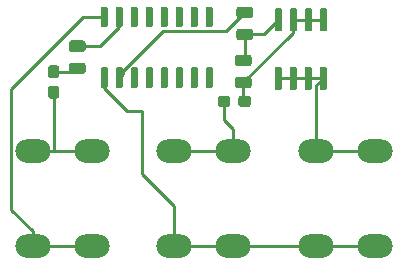
<source format=gbr>
%TF.GenerationSoftware,KiCad,Pcbnew,(5.1.5)-3*%
%TF.CreationDate,2021-03-01T19:21:26+01:00*%
%TF.ProjectId,LandstromWarnung,4c616e64-7374-4726-9f6d-5761726e756e,rev?*%
%TF.SameCoordinates,Original*%
%TF.FileFunction,Copper,L1,Top*%
%TF.FilePolarity,Positive*%
%FSLAX46Y46*%
G04 Gerber Fmt 4.6, Leading zero omitted, Abs format (unit mm)*
G04 Created by KiCad (PCBNEW (5.1.5)-3) date 2021-03-01 19:21:26*
%MOMM*%
%LPD*%
G04 APERTURE LIST*
%TA.AperFunction,ComponentPad*%
%ADD10O,3.000000X2.000000*%
%TD*%
%TA.AperFunction,SMDPad,CuDef*%
%ADD11C,0.100000*%
%TD*%
%TA.AperFunction,Conductor*%
%ADD12C,0.250000*%
%TD*%
G04 APERTURE END LIST*
D10*
%TO.P,J3,1*%
%TO.N,GND*%
X44500000Y-32000000D03*
X39500000Y-32000000D03*
%TD*%
%TO.P,J7,1*%
%TO.N,Net-(F1-Pad2)*%
X32500000Y-24000000D03*
X27500000Y-24000000D03*
%TD*%
%TO.P,J8,1*%
%TO.N,GND*%
X32500000Y-32000000D03*
X27500000Y-32000000D03*
%TD*%
%TO.P,J9,1*%
%TO.N,Net-(F2-Pad1)*%
X20500000Y-24000000D03*
X15500000Y-24000000D03*
%TD*%
%TO.P,J10,1*%
%TO.N,/K15_minus*%
X20500000Y-32000000D03*
X15500000Y-32000000D03*
%TD*%
%TO.P,J11,1*%
%TO.N,/Warn_plus*%
X44500000Y-24000000D03*
X39500000Y-24000000D03*
%TD*%
%TA.AperFunction,SMDPad,CuDef*%
D11*
%TO.P,F2,2*%
%TO.N,/K15_plus*%
G36*
X17532779Y-16722744D02*
G01*
X17555834Y-16726163D01*
X17578443Y-16731827D01*
X17600387Y-16739679D01*
X17621457Y-16749644D01*
X17641448Y-16761626D01*
X17660168Y-16775510D01*
X17677438Y-16791162D01*
X17693090Y-16808432D01*
X17706974Y-16827152D01*
X17718956Y-16847143D01*
X17728921Y-16868213D01*
X17736773Y-16890157D01*
X17742437Y-16912766D01*
X17745856Y-16935821D01*
X17747000Y-16959100D01*
X17747000Y-17534100D01*
X17745856Y-17557379D01*
X17742437Y-17580434D01*
X17736773Y-17603043D01*
X17728921Y-17624987D01*
X17718956Y-17646057D01*
X17706974Y-17666048D01*
X17693090Y-17684768D01*
X17677438Y-17702038D01*
X17660168Y-17717690D01*
X17641448Y-17731574D01*
X17621457Y-17743556D01*
X17600387Y-17753521D01*
X17578443Y-17761373D01*
X17555834Y-17767037D01*
X17532779Y-17770456D01*
X17509500Y-17771600D01*
X17034500Y-17771600D01*
X17011221Y-17770456D01*
X16988166Y-17767037D01*
X16965557Y-17761373D01*
X16943613Y-17753521D01*
X16922543Y-17743556D01*
X16902552Y-17731574D01*
X16883832Y-17717690D01*
X16866562Y-17702038D01*
X16850910Y-17684768D01*
X16837026Y-17666048D01*
X16825044Y-17646057D01*
X16815079Y-17624987D01*
X16807227Y-17603043D01*
X16801563Y-17580434D01*
X16798144Y-17557379D01*
X16797000Y-17534100D01*
X16797000Y-16959100D01*
X16798144Y-16935821D01*
X16801563Y-16912766D01*
X16807227Y-16890157D01*
X16815079Y-16868213D01*
X16825044Y-16847143D01*
X16837026Y-16827152D01*
X16850910Y-16808432D01*
X16866562Y-16791162D01*
X16883832Y-16775510D01*
X16902552Y-16761626D01*
X16922543Y-16749644D01*
X16943613Y-16739679D01*
X16965557Y-16731827D01*
X16988166Y-16726163D01*
X17011221Y-16722744D01*
X17034500Y-16721600D01*
X17509500Y-16721600D01*
X17532779Y-16722744D01*
G37*
%TD.AperFunction*%
%TA.AperFunction,SMDPad,CuDef*%
%TO.P,F2,1*%
%TO.N,Net-(F2-Pad1)*%
G36*
X17532779Y-18472744D02*
G01*
X17555834Y-18476163D01*
X17578443Y-18481827D01*
X17600387Y-18489679D01*
X17621457Y-18499644D01*
X17641448Y-18511626D01*
X17660168Y-18525510D01*
X17677438Y-18541162D01*
X17693090Y-18558432D01*
X17706974Y-18577152D01*
X17718956Y-18597143D01*
X17728921Y-18618213D01*
X17736773Y-18640157D01*
X17742437Y-18662766D01*
X17745856Y-18685821D01*
X17747000Y-18709100D01*
X17747000Y-19284100D01*
X17745856Y-19307379D01*
X17742437Y-19330434D01*
X17736773Y-19353043D01*
X17728921Y-19374987D01*
X17718956Y-19396057D01*
X17706974Y-19416048D01*
X17693090Y-19434768D01*
X17677438Y-19452038D01*
X17660168Y-19467690D01*
X17641448Y-19481574D01*
X17621457Y-19493556D01*
X17600387Y-19503521D01*
X17578443Y-19511373D01*
X17555834Y-19517037D01*
X17532779Y-19520456D01*
X17509500Y-19521600D01*
X17034500Y-19521600D01*
X17011221Y-19520456D01*
X16988166Y-19517037D01*
X16965557Y-19511373D01*
X16943613Y-19503521D01*
X16922543Y-19493556D01*
X16902552Y-19481574D01*
X16883832Y-19467690D01*
X16866562Y-19452038D01*
X16850910Y-19434768D01*
X16837026Y-19416048D01*
X16825044Y-19396057D01*
X16815079Y-19374987D01*
X16807227Y-19353043D01*
X16801563Y-19330434D01*
X16798144Y-19307379D01*
X16797000Y-19284100D01*
X16797000Y-18709100D01*
X16798144Y-18685821D01*
X16801563Y-18662766D01*
X16807227Y-18640157D01*
X16815079Y-18618213D01*
X16825044Y-18597143D01*
X16837026Y-18577152D01*
X16850910Y-18558432D01*
X16866562Y-18541162D01*
X16883832Y-18525510D01*
X16902552Y-18511626D01*
X16922543Y-18499644D01*
X16943613Y-18489679D01*
X16965557Y-18481827D01*
X16988166Y-18476163D01*
X17011221Y-18472744D01*
X17034500Y-18471600D01*
X17509500Y-18471600D01*
X17532779Y-18472744D01*
G37*
%TD.AperFunction*%
%TD*%
%TA.AperFunction,SMDPad,CuDef*%
%TO.P,F1,2*%
%TO.N,Net-(F1-Pad2)*%
G36*
X32009979Y-19287344D02*
G01*
X32033034Y-19290763D01*
X32055643Y-19296427D01*
X32077587Y-19304279D01*
X32098657Y-19314244D01*
X32118648Y-19326226D01*
X32137368Y-19340110D01*
X32154638Y-19355762D01*
X32170290Y-19373032D01*
X32184174Y-19391752D01*
X32196156Y-19411743D01*
X32206121Y-19432813D01*
X32213973Y-19454757D01*
X32219637Y-19477366D01*
X32223056Y-19500421D01*
X32224200Y-19523700D01*
X32224200Y-19998700D01*
X32223056Y-20021979D01*
X32219637Y-20045034D01*
X32213973Y-20067643D01*
X32206121Y-20089587D01*
X32196156Y-20110657D01*
X32184174Y-20130648D01*
X32170290Y-20149368D01*
X32154638Y-20166638D01*
X32137368Y-20182290D01*
X32118648Y-20196174D01*
X32098657Y-20208156D01*
X32077587Y-20218121D01*
X32055643Y-20225973D01*
X32033034Y-20231637D01*
X32009979Y-20235056D01*
X31986700Y-20236200D01*
X31411700Y-20236200D01*
X31388421Y-20235056D01*
X31365366Y-20231637D01*
X31342757Y-20225973D01*
X31320813Y-20218121D01*
X31299743Y-20208156D01*
X31279752Y-20196174D01*
X31261032Y-20182290D01*
X31243762Y-20166638D01*
X31228110Y-20149368D01*
X31214226Y-20130648D01*
X31202244Y-20110657D01*
X31192279Y-20089587D01*
X31184427Y-20067643D01*
X31178763Y-20045034D01*
X31175344Y-20021979D01*
X31174200Y-19998700D01*
X31174200Y-19523700D01*
X31175344Y-19500421D01*
X31178763Y-19477366D01*
X31184427Y-19454757D01*
X31192279Y-19432813D01*
X31202244Y-19411743D01*
X31214226Y-19391752D01*
X31228110Y-19373032D01*
X31243762Y-19355762D01*
X31261032Y-19340110D01*
X31279752Y-19326226D01*
X31299743Y-19314244D01*
X31320813Y-19304279D01*
X31342757Y-19296427D01*
X31365366Y-19290763D01*
X31388421Y-19287344D01*
X31411700Y-19286200D01*
X31986700Y-19286200D01*
X32009979Y-19287344D01*
G37*
%TD.AperFunction*%
%TA.AperFunction,SMDPad,CuDef*%
%TO.P,F1,1*%
%TO.N,+12V*%
G36*
X33759979Y-19287344D02*
G01*
X33783034Y-19290763D01*
X33805643Y-19296427D01*
X33827587Y-19304279D01*
X33848657Y-19314244D01*
X33868648Y-19326226D01*
X33887368Y-19340110D01*
X33904638Y-19355762D01*
X33920290Y-19373032D01*
X33934174Y-19391752D01*
X33946156Y-19411743D01*
X33956121Y-19432813D01*
X33963973Y-19454757D01*
X33969637Y-19477366D01*
X33973056Y-19500421D01*
X33974200Y-19523700D01*
X33974200Y-19998700D01*
X33973056Y-20021979D01*
X33969637Y-20045034D01*
X33963973Y-20067643D01*
X33956121Y-20089587D01*
X33946156Y-20110657D01*
X33934174Y-20130648D01*
X33920290Y-20149368D01*
X33904638Y-20166638D01*
X33887368Y-20182290D01*
X33868648Y-20196174D01*
X33848657Y-20208156D01*
X33827587Y-20218121D01*
X33805643Y-20225973D01*
X33783034Y-20231637D01*
X33759979Y-20235056D01*
X33736700Y-20236200D01*
X33161700Y-20236200D01*
X33138421Y-20235056D01*
X33115366Y-20231637D01*
X33092757Y-20225973D01*
X33070813Y-20218121D01*
X33049743Y-20208156D01*
X33029752Y-20196174D01*
X33011032Y-20182290D01*
X32993762Y-20166638D01*
X32978110Y-20149368D01*
X32964226Y-20130648D01*
X32952244Y-20110657D01*
X32942279Y-20089587D01*
X32934427Y-20067643D01*
X32928763Y-20045034D01*
X32925344Y-20021979D01*
X32924200Y-19998700D01*
X32924200Y-19523700D01*
X32925344Y-19500421D01*
X32928763Y-19477366D01*
X32934427Y-19454757D01*
X32942279Y-19432813D01*
X32952244Y-19411743D01*
X32964226Y-19391752D01*
X32978110Y-19373032D01*
X32993762Y-19355762D01*
X33011032Y-19340110D01*
X33029752Y-19326226D01*
X33049743Y-19314244D01*
X33070813Y-19304279D01*
X33092757Y-19296427D01*
X33115366Y-19290763D01*
X33138421Y-19287344D01*
X33161700Y-19286200D01*
X33736700Y-19286200D01*
X33759979Y-19287344D01*
G37*
%TD.AperFunction*%
%TD*%
%TA.AperFunction,SMDPad,CuDef*%
%TO.P,Q2,1*%
%TO.N,+12V*%
G36*
X40271303Y-11892322D02*
G01*
X40285864Y-11894482D01*
X40300143Y-11898059D01*
X40314003Y-11903018D01*
X40327310Y-11909312D01*
X40339936Y-11916880D01*
X40351759Y-11925648D01*
X40362666Y-11935534D01*
X40372552Y-11946441D01*
X40381320Y-11958264D01*
X40388888Y-11970890D01*
X40395182Y-11984197D01*
X40400141Y-11998057D01*
X40403718Y-12012336D01*
X40405878Y-12026897D01*
X40406600Y-12041600D01*
X40406600Y-13691600D01*
X40405878Y-13706303D01*
X40403718Y-13720864D01*
X40400141Y-13735143D01*
X40395182Y-13749003D01*
X40388888Y-13762310D01*
X40381320Y-13774936D01*
X40372552Y-13786759D01*
X40362666Y-13797666D01*
X40351759Y-13807552D01*
X40339936Y-13816320D01*
X40327310Y-13823888D01*
X40314003Y-13830182D01*
X40300143Y-13835141D01*
X40285864Y-13838718D01*
X40271303Y-13840878D01*
X40256600Y-13841600D01*
X39956600Y-13841600D01*
X39941897Y-13840878D01*
X39927336Y-13838718D01*
X39913057Y-13835141D01*
X39899197Y-13830182D01*
X39885890Y-13823888D01*
X39873264Y-13816320D01*
X39861441Y-13807552D01*
X39850534Y-13797666D01*
X39840648Y-13786759D01*
X39831880Y-13774936D01*
X39824312Y-13762310D01*
X39818018Y-13749003D01*
X39813059Y-13735143D01*
X39809482Y-13720864D01*
X39807322Y-13706303D01*
X39806600Y-13691600D01*
X39806600Y-12041600D01*
X39807322Y-12026897D01*
X39809482Y-12012336D01*
X39813059Y-11998057D01*
X39818018Y-11984197D01*
X39824312Y-11970890D01*
X39831880Y-11958264D01*
X39840648Y-11946441D01*
X39850534Y-11935534D01*
X39861441Y-11925648D01*
X39873264Y-11916880D01*
X39885890Y-11909312D01*
X39899197Y-11903018D01*
X39913057Y-11898059D01*
X39927336Y-11894482D01*
X39941897Y-11892322D01*
X39956600Y-11891600D01*
X40256600Y-11891600D01*
X40271303Y-11892322D01*
G37*
%TD.AperFunction*%
%TA.AperFunction,SMDPad,CuDef*%
%TO.P,Q2,2*%
G36*
X39001303Y-11892322D02*
G01*
X39015864Y-11894482D01*
X39030143Y-11898059D01*
X39044003Y-11903018D01*
X39057310Y-11909312D01*
X39069936Y-11916880D01*
X39081759Y-11925648D01*
X39092666Y-11935534D01*
X39102552Y-11946441D01*
X39111320Y-11958264D01*
X39118888Y-11970890D01*
X39125182Y-11984197D01*
X39130141Y-11998057D01*
X39133718Y-12012336D01*
X39135878Y-12026897D01*
X39136600Y-12041600D01*
X39136600Y-13691600D01*
X39135878Y-13706303D01*
X39133718Y-13720864D01*
X39130141Y-13735143D01*
X39125182Y-13749003D01*
X39118888Y-13762310D01*
X39111320Y-13774936D01*
X39102552Y-13786759D01*
X39092666Y-13797666D01*
X39081759Y-13807552D01*
X39069936Y-13816320D01*
X39057310Y-13823888D01*
X39044003Y-13830182D01*
X39030143Y-13835141D01*
X39015864Y-13838718D01*
X39001303Y-13840878D01*
X38986600Y-13841600D01*
X38686600Y-13841600D01*
X38671897Y-13840878D01*
X38657336Y-13838718D01*
X38643057Y-13835141D01*
X38629197Y-13830182D01*
X38615890Y-13823888D01*
X38603264Y-13816320D01*
X38591441Y-13807552D01*
X38580534Y-13797666D01*
X38570648Y-13786759D01*
X38561880Y-13774936D01*
X38554312Y-13762310D01*
X38548018Y-13749003D01*
X38543059Y-13735143D01*
X38539482Y-13720864D01*
X38537322Y-13706303D01*
X38536600Y-13691600D01*
X38536600Y-12041600D01*
X38537322Y-12026897D01*
X38539482Y-12012336D01*
X38543059Y-11998057D01*
X38548018Y-11984197D01*
X38554312Y-11970890D01*
X38561880Y-11958264D01*
X38570648Y-11946441D01*
X38580534Y-11935534D01*
X38591441Y-11925648D01*
X38603264Y-11916880D01*
X38615890Y-11909312D01*
X38629197Y-11903018D01*
X38643057Y-11898059D01*
X38657336Y-11894482D01*
X38671897Y-11892322D01*
X38686600Y-11891600D01*
X38986600Y-11891600D01*
X39001303Y-11892322D01*
G37*
%TD.AperFunction*%
%TA.AperFunction,SMDPad,CuDef*%
%TO.P,Q2,3*%
G36*
X37731303Y-11892322D02*
G01*
X37745864Y-11894482D01*
X37760143Y-11898059D01*
X37774003Y-11903018D01*
X37787310Y-11909312D01*
X37799936Y-11916880D01*
X37811759Y-11925648D01*
X37822666Y-11935534D01*
X37832552Y-11946441D01*
X37841320Y-11958264D01*
X37848888Y-11970890D01*
X37855182Y-11984197D01*
X37860141Y-11998057D01*
X37863718Y-12012336D01*
X37865878Y-12026897D01*
X37866600Y-12041600D01*
X37866600Y-13691600D01*
X37865878Y-13706303D01*
X37863718Y-13720864D01*
X37860141Y-13735143D01*
X37855182Y-13749003D01*
X37848888Y-13762310D01*
X37841320Y-13774936D01*
X37832552Y-13786759D01*
X37822666Y-13797666D01*
X37811759Y-13807552D01*
X37799936Y-13816320D01*
X37787310Y-13823888D01*
X37774003Y-13830182D01*
X37760143Y-13835141D01*
X37745864Y-13838718D01*
X37731303Y-13840878D01*
X37716600Y-13841600D01*
X37416600Y-13841600D01*
X37401897Y-13840878D01*
X37387336Y-13838718D01*
X37373057Y-13835141D01*
X37359197Y-13830182D01*
X37345890Y-13823888D01*
X37333264Y-13816320D01*
X37321441Y-13807552D01*
X37310534Y-13797666D01*
X37300648Y-13786759D01*
X37291880Y-13774936D01*
X37284312Y-13762310D01*
X37278018Y-13749003D01*
X37273059Y-13735143D01*
X37269482Y-13720864D01*
X37267322Y-13706303D01*
X37266600Y-13691600D01*
X37266600Y-12041600D01*
X37267322Y-12026897D01*
X37269482Y-12012336D01*
X37273059Y-11998057D01*
X37278018Y-11984197D01*
X37284312Y-11970890D01*
X37291880Y-11958264D01*
X37300648Y-11946441D01*
X37310534Y-11935534D01*
X37321441Y-11925648D01*
X37333264Y-11916880D01*
X37345890Y-11909312D01*
X37359197Y-11903018D01*
X37373057Y-11898059D01*
X37387336Y-11894482D01*
X37401897Y-11892322D01*
X37416600Y-11891600D01*
X37716600Y-11891600D01*
X37731303Y-11892322D01*
G37*
%TD.AperFunction*%
%TA.AperFunction,SMDPad,CuDef*%
%TO.P,Q2,4*%
%TO.N,Net-(Q2-Pad4)*%
G36*
X36461303Y-11892322D02*
G01*
X36475864Y-11894482D01*
X36490143Y-11898059D01*
X36504003Y-11903018D01*
X36517310Y-11909312D01*
X36529936Y-11916880D01*
X36541759Y-11925648D01*
X36552666Y-11935534D01*
X36562552Y-11946441D01*
X36571320Y-11958264D01*
X36578888Y-11970890D01*
X36585182Y-11984197D01*
X36590141Y-11998057D01*
X36593718Y-12012336D01*
X36595878Y-12026897D01*
X36596600Y-12041600D01*
X36596600Y-13691600D01*
X36595878Y-13706303D01*
X36593718Y-13720864D01*
X36590141Y-13735143D01*
X36585182Y-13749003D01*
X36578888Y-13762310D01*
X36571320Y-13774936D01*
X36562552Y-13786759D01*
X36552666Y-13797666D01*
X36541759Y-13807552D01*
X36529936Y-13816320D01*
X36517310Y-13823888D01*
X36504003Y-13830182D01*
X36490143Y-13835141D01*
X36475864Y-13838718D01*
X36461303Y-13840878D01*
X36446600Y-13841600D01*
X36146600Y-13841600D01*
X36131897Y-13840878D01*
X36117336Y-13838718D01*
X36103057Y-13835141D01*
X36089197Y-13830182D01*
X36075890Y-13823888D01*
X36063264Y-13816320D01*
X36051441Y-13807552D01*
X36040534Y-13797666D01*
X36030648Y-13786759D01*
X36021880Y-13774936D01*
X36014312Y-13762310D01*
X36008018Y-13749003D01*
X36003059Y-13735143D01*
X35999482Y-13720864D01*
X35997322Y-13706303D01*
X35996600Y-13691600D01*
X35996600Y-12041600D01*
X35997322Y-12026897D01*
X35999482Y-12012336D01*
X36003059Y-11998057D01*
X36008018Y-11984197D01*
X36014312Y-11970890D01*
X36021880Y-11958264D01*
X36030648Y-11946441D01*
X36040534Y-11935534D01*
X36051441Y-11925648D01*
X36063264Y-11916880D01*
X36075890Y-11909312D01*
X36089197Y-11903018D01*
X36103057Y-11898059D01*
X36117336Y-11894482D01*
X36131897Y-11892322D01*
X36146600Y-11891600D01*
X36446600Y-11891600D01*
X36461303Y-11892322D01*
G37*
%TD.AperFunction*%
%TA.AperFunction,SMDPad,CuDef*%
%TO.P,Q2,5*%
%TO.N,/Warn_plus*%
G36*
X36461303Y-16842322D02*
G01*
X36475864Y-16844482D01*
X36490143Y-16848059D01*
X36504003Y-16853018D01*
X36517310Y-16859312D01*
X36529936Y-16866880D01*
X36541759Y-16875648D01*
X36552666Y-16885534D01*
X36562552Y-16896441D01*
X36571320Y-16908264D01*
X36578888Y-16920890D01*
X36585182Y-16934197D01*
X36590141Y-16948057D01*
X36593718Y-16962336D01*
X36595878Y-16976897D01*
X36596600Y-16991600D01*
X36596600Y-18641600D01*
X36595878Y-18656303D01*
X36593718Y-18670864D01*
X36590141Y-18685143D01*
X36585182Y-18699003D01*
X36578888Y-18712310D01*
X36571320Y-18724936D01*
X36562552Y-18736759D01*
X36552666Y-18747666D01*
X36541759Y-18757552D01*
X36529936Y-18766320D01*
X36517310Y-18773888D01*
X36504003Y-18780182D01*
X36490143Y-18785141D01*
X36475864Y-18788718D01*
X36461303Y-18790878D01*
X36446600Y-18791600D01*
X36146600Y-18791600D01*
X36131897Y-18790878D01*
X36117336Y-18788718D01*
X36103057Y-18785141D01*
X36089197Y-18780182D01*
X36075890Y-18773888D01*
X36063264Y-18766320D01*
X36051441Y-18757552D01*
X36040534Y-18747666D01*
X36030648Y-18736759D01*
X36021880Y-18724936D01*
X36014312Y-18712310D01*
X36008018Y-18699003D01*
X36003059Y-18685143D01*
X35999482Y-18670864D01*
X35997322Y-18656303D01*
X35996600Y-18641600D01*
X35996600Y-16991600D01*
X35997322Y-16976897D01*
X35999482Y-16962336D01*
X36003059Y-16948057D01*
X36008018Y-16934197D01*
X36014312Y-16920890D01*
X36021880Y-16908264D01*
X36030648Y-16896441D01*
X36040534Y-16885534D01*
X36051441Y-16875648D01*
X36063264Y-16866880D01*
X36075890Y-16859312D01*
X36089197Y-16853018D01*
X36103057Y-16848059D01*
X36117336Y-16844482D01*
X36131897Y-16842322D01*
X36146600Y-16841600D01*
X36446600Y-16841600D01*
X36461303Y-16842322D01*
G37*
%TD.AperFunction*%
%TA.AperFunction,SMDPad,CuDef*%
%TO.P,Q2,6*%
G36*
X37731303Y-16842322D02*
G01*
X37745864Y-16844482D01*
X37760143Y-16848059D01*
X37774003Y-16853018D01*
X37787310Y-16859312D01*
X37799936Y-16866880D01*
X37811759Y-16875648D01*
X37822666Y-16885534D01*
X37832552Y-16896441D01*
X37841320Y-16908264D01*
X37848888Y-16920890D01*
X37855182Y-16934197D01*
X37860141Y-16948057D01*
X37863718Y-16962336D01*
X37865878Y-16976897D01*
X37866600Y-16991600D01*
X37866600Y-18641600D01*
X37865878Y-18656303D01*
X37863718Y-18670864D01*
X37860141Y-18685143D01*
X37855182Y-18699003D01*
X37848888Y-18712310D01*
X37841320Y-18724936D01*
X37832552Y-18736759D01*
X37822666Y-18747666D01*
X37811759Y-18757552D01*
X37799936Y-18766320D01*
X37787310Y-18773888D01*
X37774003Y-18780182D01*
X37760143Y-18785141D01*
X37745864Y-18788718D01*
X37731303Y-18790878D01*
X37716600Y-18791600D01*
X37416600Y-18791600D01*
X37401897Y-18790878D01*
X37387336Y-18788718D01*
X37373057Y-18785141D01*
X37359197Y-18780182D01*
X37345890Y-18773888D01*
X37333264Y-18766320D01*
X37321441Y-18757552D01*
X37310534Y-18747666D01*
X37300648Y-18736759D01*
X37291880Y-18724936D01*
X37284312Y-18712310D01*
X37278018Y-18699003D01*
X37273059Y-18685143D01*
X37269482Y-18670864D01*
X37267322Y-18656303D01*
X37266600Y-18641600D01*
X37266600Y-16991600D01*
X37267322Y-16976897D01*
X37269482Y-16962336D01*
X37273059Y-16948057D01*
X37278018Y-16934197D01*
X37284312Y-16920890D01*
X37291880Y-16908264D01*
X37300648Y-16896441D01*
X37310534Y-16885534D01*
X37321441Y-16875648D01*
X37333264Y-16866880D01*
X37345890Y-16859312D01*
X37359197Y-16853018D01*
X37373057Y-16848059D01*
X37387336Y-16844482D01*
X37401897Y-16842322D01*
X37416600Y-16841600D01*
X37716600Y-16841600D01*
X37731303Y-16842322D01*
G37*
%TD.AperFunction*%
%TA.AperFunction,SMDPad,CuDef*%
%TO.P,Q2,7*%
G36*
X39001303Y-16842322D02*
G01*
X39015864Y-16844482D01*
X39030143Y-16848059D01*
X39044003Y-16853018D01*
X39057310Y-16859312D01*
X39069936Y-16866880D01*
X39081759Y-16875648D01*
X39092666Y-16885534D01*
X39102552Y-16896441D01*
X39111320Y-16908264D01*
X39118888Y-16920890D01*
X39125182Y-16934197D01*
X39130141Y-16948057D01*
X39133718Y-16962336D01*
X39135878Y-16976897D01*
X39136600Y-16991600D01*
X39136600Y-18641600D01*
X39135878Y-18656303D01*
X39133718Y-18670864D01*
X39130141Y-18685143D01*
X39125182Y-18699003D01*
X39118888Y-18712310D01*
X39111320Y-18724936D01*
X39102552Y-18736759D01*
X39092666Y-18747666D01*
X39081759Y-18757552D01*
X39069936Y-18766320D01*
X39057310Y-18773888D01*
X39044003Y-18780182D01*
X39030143Y-18785141D01*
X39015864Y-18788718D01*
X39001303Y-18790878D01*
X38986600Y-18791600D01*
X38686600Y-18791600D01*
X38671897Y-18790878D01*
X38657336Y-18788718D01*
X38643057Y-18785141D01*
X38629197Y-18780182D01*
X38615890Y-18773888D01*
X38603264Y-18766320D01*
X38591441Y-18757552D01*
X38580534Y-18747666D01*
X38570648Y-18736759D01*
X38561880Y-18724936D01*
X38554312Y-18712310D01*
X38548018Y-18699003D01*
X38543059Y-18685143D01*
X38539482Y-18670864D01*
X38537322Y-18656303D01*
X38536600Y-18641600D01*
X38536600Y-16991600D01*
X38537322Y-16976897D01*
X38539482Y-16962336D01*
X38543059Y-16948057D01*
X38548018Y-16934197D01*
X38554312Y-16920890D01*
X38561880Y-16908264D01*
X38570648Y-16896441D01*
X38580534Y-16885534D01*
X38591441Y-16875648D01*
X38603264Y-16866880D01*
X38615890Y-16859312D01*
X38629197Y-16853018D01*
X38643057Y-16848059D01*
X38657336Y-16844482D01*
X38671897Y-16842322D01*
X38686600Y-16841600D01*
X38986600Y-16841600D01*
X39001303Y-16842322D01*
G37*
%TD.AperFunction*%
%TA.AperFunction,SMDPad,CuDef*%
%TO.P,Q2,8*%
G36*
X40271303Y-16842322D02*
G01*
X40285864Y-16844482D01*
X40300143Y-16848059D01*
X40314003Y-16853018D01*
X40327310Y-16859312D01*
X40339936Y-16866880D01*
X40351759Y-16875648D01*
X40362666Y-16885534D01*
X40372552Y-16896441D01*
X40381320Y-16908264D01*
X40388888Y-16920890D01*
X40395182Y-16934197D01*
X40400141Y-16948057D01*
X40403718Y-16962336D01*
X40405878Y-16976897D01*
X40406600Y-16991600D01*
X40406600Y-18641600D01*
X40405878Y-18656303D01*
X40403718Y-18670864D01*
X40400141Y-18685143D01*
X40395182Y-18699003D01*
X40388888Y-18712310D01*
X40381320Y-18724936D01*
X40372552Y-18736759D01*
X40362666Y-18747666D01*
X40351759Y-18757552D01*
X40339936Y-18766320D01*
X40327310Y-18773888D01*
X40314003Y-18780182D01*
X40300143Y-18785141D01*
X40285864Y-18788718D01*
X40271303Y-18790878D01*
X40256600Y-18791600D01*
X39956600Y-18791600D01*
X39941897Y-18790878D01*
X39927336Y-18788718D01*
X39913057Y-18785141D01*
X39899197Y-18780182D01*
X39885890Y-18773888D01*
X39873264Y-18766320D01*
X39861441Y-18757552D01*
X39850534Y-18747666D01*
X39840648Y-18736759D01*
X39831880Y-18724936D01*
X39824312Y-18712310D01*
X39818018Y-18699003D01*
X39813059Y-18685143D01*
X39809482Y-18670864D01*
X39807322Y-18656303D01*
X39806600Y-18641600D01*
X39806600Y-16991600D01*
X39807322Y-16976897D01*
X39809482Y-16962336D01*
X39813059Y-16948057D01*
X39818018Y-16934197D01*
X39824312Y-16920890D01*
X39831880Y-16908264D01*
X39840648Y-16896441D01*
X39850534Y-16885534D01*
X39861441Y-16875648D01*
X39873264Y-16866880D01*
X39885890Y-16859312D01*
X39899197Y-16853018D01*
X39913057Y-16848059D01*
X39927336Y-16844482D01*
X39941897Y-16842322D01*
X39956600Y-16841600D01*
X40256600Y-16841600D01*
X40271303Y-16842322D01*
G37*
%TD.AperFunction*%
%TD*%
%TA.AperFunction,SMDPad,CuDef*%
%TO.P,R4,1*%
%TO.N,Net-(R4-Pad1)*%
G36*
X19758742Y-14601274D02*
G01*
X19782403Y-14604784D01*
X19805607Y-14610596D01*
X19828129Y-14618654D01*
X19849753Y-14628882D01*
X19870270Y-14641179D01*
X19889483Y-14655429D01*
X19907207Y-14671493D01*
X19923271Y-14689217D01*
X19937521Y-14708430D01*
X19949818Y-14728947D01*
X19960046Y-14750571D01*
X19968104Y-14773093D01*
X19973916Y-14796297D01*
X19977426Y-14819958D01*
X19978600Y-14843850D01*
X19978600Y-15331350D01*
X19977426Y-15355242D01*
X19973916Y-15378903D01*
X19968104Y-15402107D01*
X19960046Y-15424629D01*
X19949818Y-15446253D01*
X19937521Y-15466770D01*
X19923271Y-15485983D01*
X19907207Y-15503707D01*
X19889483Y-15519771D01*
X19870270Y-15534021D01*
X19849753Y-15546318D01*
X19828129Y-15556546D01*
X19805607Y-15564604D01*
X19782403Y-15570416D01*
X19758742Y-15573926D01*
X19734850Y-15575100D01*
X18822350Y-15575100D01*
X18798458Y-15573926D01*
X18774797Y-15570416D01*
X18751593Y-15564604D01*
X18729071Y-15556546D01*
X18707447Y-15546318D01*
X18686930Y-15534021D01*
X18667717Y-15519771D01*
X18649993Y-15503707D01*
X18633929Y-15485983D01*
X18619679Y-15466770D01*
X18607382Y-15446253D01*
X18597154Y-15424629D01*
X18589096Y-15402107D01*
X18583284Y-15378903D01*
X18579774Y-15355242D01*
X18578600Y-15331350D01*
X18578600Y-14843850D01*
X18579774Y-14819958D01*
X18583284Y-14796297D01*
X18589096Y-14773093D01*
X18597154Y-14750571D01*
X18607382Y-14728947D01*
X18619679Y-14708430D01*
X18633929Y-14689217D01*
X18649993Y-14671493D01*
X18667717Y-14655429D01*
X18686930Y-14641179D01*
X18707447Y-14628882D01*
X18729071Y-14618654D01*
X18751593Y-14610596D01*
X18774797Y-14604784D01*
X18798458Y-14601274D01*
X18822350Y-14600100D01*
X19734850Y-14600100D01*
X19758742Y-14601274D01*
G37*
%TD.AperFunction*%
%TA.AperFunction,SMDPad,CuDef*%
%TO.P,R4,2*%
%TO.N,/K15_plus*%
G36*
X19758742Y-16476274D02*
G01*
X19782403Y-16479784D01*
X19805607Y-16485596D01*
X19828129Y-16493654D01*
X19849753Y-16503882D01*
X19870270Y-16516179D01*
X19889483Y-16530429D01*
X19907207Y-16546493D01*
X19923271Y-16564217D01*
X19937521Y-16583430D01*
X19949818Y-16603947D01*
X19960046Y-16625571D01*
X19968104Y-16648093D01*
X19973916Y-16671297D01*
X19977426Y-16694958D01*
X19978600Y-16718850D01*
X19978600Y-17206350D01*
X19977426Y-17230242D01*
X19973916Y-17253903D01*
X19968104Y-17277107D01*
X19960046Y-17299629D01*
X19949818Y-17321253D01*
X19937521Y-17341770D01*
X19923271Y-17360983D01*
X19907207Y-17378707D01*
X19889483Y-17394771D01*
X19870270Y-17409021D01*
X19849753Y-17421318D01*
X19828129Y-17431546D01*
X19805607Y-17439604D01*
X19782403Y-17445416D01*
X19758742Y-17448926D01*
X19734850Y-17450100D01*
X18822350Y-17450100D01*
X18798458Y-17448926D01*
X18774797Y-17445416D01*
X18751593Y-17439604D01*
X18729071Y-17431546D01*
X18707447Y-17421318D01*
X18686930Y-17409021D01*
X18667717Y-17394771D01*
X18649993Y-17378707D01*
X18633929Y-17360983D01*
X18619679Y-17341770D01*
X18607382Y-17321253D01*
X18597154Y-17299629D01*
X18589096Y-17277107D01*
X18583284Y-17253903D01*
X18579774Y-17230242D01*
X18578600Y-17206350D01*
X18578600Y-16718850D01*
X18579774Y-16694958D01*
X18583284Y-16671297D01*
X18589096Y-16648093D01*
X18597154Y-16625571D01*
X18607382Y-16603947D01*
X18619679Y-16583430D01*
X18633929Y-16564217D01*
X18649993Y-16546493D01*
X18667717Y-16530429D01*
X18686930Y-16516179D01*
X18707447Y-16503882D01*
X18729071Y-16493654D01*
X18751593Y-16485596D01*
X18774797Y-16479784D01*
X18798458Y-16476274D01*
X18822350Y-16475100D01*
X19734850Y-16475100D01*
X19758742Y-16476274D01*
G37*
%TD.AperFunction*%
%TD*%
%TA.AperFunction,SMDPad,CuDef*%
%TO.P,R6,1*%
%TO.N,Net-(Q2-Pad4)*%
G36*
X33931942Y-13610674D02*
G01*
X33955603Y-13614184D01*
X33978807Y-13619996D01*
X34001329Y-13628054D01*
X34022953Y-13638282D01*
X34043470Y-13650579D01*
X34062683Y-13664829D01*
X34080407Y-13680893D01*
X34096471Y-13698617D01*
X34110721Y-13717830D01*
X34123018Y-13738347D01*
X34133246Y-13759971D01*
X34141304Y-13782493D01*
X34147116Y-13805697D01*
X34150626Y-13829358D01*
X34151800Y-13853250D01*
X34151800Y-14340750D01*
X34150626Y-14364642D01*
X34147116Y-14388303D01*
X34141304Y-14411507D01*
X34133246Y-14434029D01*
X34123018Y-14455653D01*
X34110721Y-14476170D01*
X34096471Y-14495383D01*
X34080407Y-14513107D01*
X34062683Y-14529171D01*
X34043470Y-14543421D01*
X34022953Y-14555718D01*
X34001329Y-14565946D01*
X33978807Y-14574004D01*
X33955603Y-14579816D01*
X33931942Y-14583326D01*
X33908050Y-14584500D01*
X32995550Y-14584500D01*
X32971658Y-14583326D01*
X32947997Y-14579816D01*
X32924793Y-14574004D01*
X32902271Y-14565946D01*
X32880647Y-14555718D01*
X32860130Y-14543421D01*
X32840917Y-14529171D01*
X32823193Y-14513107D01*
X32807129Y-14495383D01*
X32792879Y-14476170D01*
X32780582Y-14455653D01*
X32770354Y-14434029D01*
X32762296Y-14411507D01*
X32756484Y-14388303D01*
X32752974Y-14364642D01*
X32751800Y-14340750D01*
X32751800Y-13853250D01*
X32752974Y-13829358D01*
X32756484Y-13805697D01*
X32762296Y-13782493D01*
X32770354Y-13759971D01*
X32780582Y-13738347D01*
X32792879Y-13717830D01*
X32807129Y-13698617D01*
X32823193Y-13680893D01*
X32840917Y-13664829D01*
X32860130Y-13650579D01*
X32880647Y-13638282D01*
X32902271Y-13628054D01*
X32924793Y-13619996D01*
X32947997Y-13614184D01*
X32971658Y-13610674D01*
X32995550Y-13609500D01*
X33908050Y-13609500D01*
X33931942Y-13610674D01*
G37*
%TD.AperFunction*%
%TA.AperFunction,SMDPad,CuDef*%
%TO.P,R6,2*%
%TO.N,Net-(R6-Pad2)*%
G36*
X33931942Y-11735674D02*
G01*
X33955603Y-11739184D01*
X33978807Y-11744996D01*
X34001329Y-11753054D01*
X34022953Y-11763282D01*
X34043470Y-11775579D01*
X34062683Y-11789829D01*
X34080407Y-11805893D01*
X34096471Y-11823617D01*
X34110721Y-11842830D01*
X34123018Y-11863347D01*
X34133246Y-11884971D01*
X34141304Y-11907493D01*
X34147116Y-11930697D01*
X34150626Y-11954358D01*
X34151800Y-11978250D01*
X34151800Y-12465750D01*
X34150626Y-12489642D01*
X34147116Y-12513303D01*
X34141304Y-12536507D01*
X34133246Y-12559029D01*
X34123018Y-12580653D01*
X34110721Y-12601170D01*
X34096471Y-12620383D01*
X34080407Y-12638107D01*
X34062683Y-12654171D01*
X34043470Y-12668421D01*
X34022953Y-12680718D01*
X34001329Y-12690946D01*
X33978807Y-12699004D01*
X33955603Y-12704816D01*
X33931942Y-12708326D01*
X33908050Y-12709500D01*
X32995550Y-12709500D01*
X32971658Y-12708326D01*
X32947997Y-12704816D01*
X32924793Y-12699004D01*
X32902271Y-12690946D01*
X32880647Y-12680718D01*
X32860130Y-12668421D01*
X32840917Y-12654171D01*
X32823193Y-12638107D01*
X32807129Y-12620383D01*
X32792879Y-12601170D01*
X32780582Y-12580653D01*
X32770354Y-12559029D01*
X32762296Y-12536507D01*
X32756484Y-12513303D01*
X32752974Y-12489642D01*
X32751800Y-12465750D01*
X32751800Y-11978250D01*
X32752974Y-11954358D01*
X32756484Y-11930697D01*
X32762296Y-11907493D01*
X32770354Y-11884971D01*
X32780582Y-11863347D01*
X32792879Y-11842830D01*
X32807129Y-11823617D01*
X32823193Y-11805893D01*
X32840917Y-11789829D01*
X32860130Y-11775579D01*
X32880647Y-11763282D01*
X32902271Y-11753054D01*
X32924793Y-11744996D01*
X32947997Y-11739184D01*
X32971658Y-11735674D01*
X32995550Y-11734500D01*
X33908050Y-11734500D01*
X33931942Y-11735674D01*
G37*
%TD.AperFunction*%
%TD*%
%TA.AperFunction,SMDPad,CuDef*%
%TO.P,R8,2*%
%TO.N,+12V*%
G36*
X33830342Y-17674674D02*
G01*
X33854003Y-17678184D01*
X33877207Y-17683996D01*
X33899729Y-17692054D01*
X33921353Y-17702282D01*
X33941870Y-17714579D01*
X33961083Y-17728829D01*
X33978807Y-17744893D01*
X33994871Y-17762617D01*
X34009121Y-17781830D01*
X34021418Y-17802347D01*
X34031646Y-17823971D01*
X34039704Y-17846493D01*
X34045516Y-17869697D01*
X34049026Y-17893358D01*
X34050200Y-17917250D01*
X34050200Y-18404750D01*
X34049026Y-18428642D01*
X34045516Y-18452303D01*
X34039704Y-18475507D01*
X34031646Y-18498029D01*
X34021418Y-18519653D01*
X34009121Y-18540170D01*
X33994871Y-18559383D01*
X33978807Y-18577107D01*
X33961083Y-18593171D01*
X33941870Y-18607421D01*
X33921353Y-18619718D01*
X33899729Y-18629946D01*
X33877207Y-18638004D01*
X33854003Y-18643816D01*
X33830342Y-18647326D01*
X33806450Y-18648500D01*
X32893950Y-18648500D01*
X32870058Y-18647326D01*
X32846397Y-18643816D01*
X32823193Y-18638004D01*
X32800671Y-18629946D01*
X32779047Y-18619718D01*
X32758530Y-18607421D01*
X32739317Y-18593171D01*
X32721593Y-18577107D01*
X32705529Y-18559383D01*
X32691279Y-18540170D01*
X32678982Y-18519653D01*
X32668754Y-18498029D01*
X32660696Y-18475507D01*
X32654884Y-18452303D01*
X32651374Y-18428642D01*
X32650200Y-18404750D01*
X32650200Y-17917250D01*
X32651374Y-17893358D01*
X32654884Y-17869697D01*
X32660696Y-17846493D01*
X32668754Y-17823971D01*
X32678982Y-17802347D01*
X32691279Y-17781830D01*
X32705529Y-17762617D01*
X32721593Y-17744893D01*
X32739317Y-17728829D01*
X32758530Y-17714579D01*
X32779047Y-17702282D01*
X32800671Y-17692054D01*
X32823193Y-17683996D01*
X32846397Y-17678184D01*
X32870058Y-17674674D01*
X32893950Y-17673500D01*
X33806450Y-17673500D01*
X33830342Y-17674674D01*
G37*
%TD.AperFunction*%
%TA.AperFunction,SMDPad,CuDef*%
%TO.P,R8,1*%
%TO.N,Net-(Q2-Pad4)*%
G36*
X33830342Y-15799674D02*
G01*
X33854003Y-15803184D01*
X33877207Y-15808996D01*
X33899729Y-15817054D01*
X33921353Y-15827282D01*
X33941870Y-15839579D01*
X33961083Y-15853829D01*
X33978807Y-15869893D01*
X33994871Y-15887617D01*
X34009121Y-15906830D01*
X34021418Y-15927347D01*
X34031646Y-15948971D01*
X34039704Y-15971493D01*
X34045516Y-15994697D01*
X34049026Y-16018358D01*
X34050200Y-16042250D01*
X34050200Y-16529750D01*
X34049026Y-16553642D01*
X34045516Y-16577303D01*
X34039704Y-16600507D01*
X34031646Y-16623029D01*
X34021418Y-16644653D01*
X34009121Y-16665170D01*
X33994871Y-16684383D01*
X33978807Y-16702107D01*
X33961083Y-16718171D01*
X33941870Y-16732421D01*
X33921353Y-16744718D01*
X33899729Y-16754946D01*
X33877207Y-16763004D01*
X33854003Y-16768816D01*
X33830342Y-16772326D01*
X33806450Y-16773500D01*
X32893950Y-16773500D01*
X32870058Y-16772326D01*
X32846397Y-16768816D01*
X32823193Y-16763004D01*
X32800671Y-16754946D01*
X32779047Y-16744718D01*
X32758530Y-16732421D01*
X32739317Y-16718171D01*
X32721593Y-16702107D01*
X32705529Y-16684383D01*
X32691279Y-16665170D01*
X32678982Y-16644653D01*
X32668754Y-16623029D01*
X32660696Y-16600507D01*
X32654884Y-16577303D01*
X32651374Y-16553642D01*
X32650200Y-16529750D01*
X32650200Y-16042250D01*
X32651374Y-16018358D01*
X32654884Y-15994697D01*
X32660696Y-15971493D01*
X32668754Y-15948971D01*
X32678982Y-15927347D01*
X32691279Y-15906830D01*
X32705529Y-15887617D01*
X32721593Y-15869893D01*
X32739317Y-15853829D01*
X32758530Y-15839579D01*
X32779047Y-15827282D01*
X32800671Y-15817054D01*
X32823193Y-15808996D01*
X32846397Y-15803184D01*
X32870058Y-15799674D01*
X32893950Y-15798500D01*
X33806450Y-15798500D01*
X33830342Y-15799674D01*
G37*
%TD.AperFunction*%
%TD*%
%TA.AperFunction,SMDPad,CuDef*%
%TO.P,U5,1*%
%TO.N,N/C*%
G36*
X30619303Y-11739922D02*
G01*
X30633864Y-11742082D01*
X30648143Y-11745659D01*
X30662003Y-11750618D01*
X30675310Y-11756912D01*
X30687936Y-11764480D01*
X30699759Y-11773248D01*
X30710666Y-11783134D01*
X30720552Y-11794041D01*
X30729320Y-11805864D01*
X30736888Y-11818490D01*
X30743182Y-11831797D01*
X30748141Y-11845657D01*
X30751718Y-11859936D01*
X30753878Y-11874497D01*
X30754600Y-11889200D01*
X30754600Y-13339200D01*
X30753878Y-13353903D01*
X30751718Y-13368464D01*
X30748141Y-13382743D01*
X30743182Y-13396603D01*
X30736888Y-13409910D01*
X30729320Y-13422536D01*
X30720552Y-13434359D01*
X30710666Y-13445266D01*
X30699759Y-13455152D01*
X30687936Y-13463920D01*
X30675310Y-13471488D01*
X30662003Y-13477782D01*
X30648143Y-13482741D01*
X30633864Y-13486318D01*
X30619303Y-13488478D01*
X30604600Y-13489200D01*
X30304600Y-13489200D01*
X30289897Y-13488478D01*
X30275336Y-13486318D01*
X30261057Y-13482741D01*
X30247197Y-13477782D01*
X30233890Y-13471488D01*
X30221264Y-13463920D01*
X30209441Y-13455152D01*
X30198534Y-13445266D01*
X30188648Y-13434359D01*
X30179880Y-13422536D01*
X30172312Y-13409910D01*
X30166018Y-13396603D01*
X30161059Y-13382743D01*
X30157482Y-13368464D01*
X30155322Y-13353903D01*
X30154600Y-13339200D01*
X30154600Y-11889200D01*
X30155322Y-11874497D01*
X30157482Y-11859936D01*
X30161059Y-11845657D01*
X30166018Y-11831797D01*
X30172312Y-11818490D01*
X30179880Y-11805864D01*
X30188648Y-11794041D01*
X30198534Y-11783134D01*
X30209441Y-11773248D01*
X30221264Y-11764480D01*
X30233890Y-11756912D01*
X30247197Y-11750618D01*
X30261057Y-11745659D01*
X30275336Y-11742082D01*
X30289897Y-11739922D01*
X30304600Y-11739200D01*
X30604600Y-11739200D01*
X30619303Y-11739922D01*
G37*
%TD.AperFunction*%
%TA.AperFunction,SMDPad,CuDef*%
%TO.P,U5,2*%
G36*
X29349303Y-11739922D02*
G01*
X29363864Y-11742082D01*
X29378143Y-11745659D01*
X29392003Y-11750618D01*
X29405310Y-11756912D01*
X29417936Y-11764480D01*
X29429759Y-11773248D01*
X29440666Y-11783134D01*
X29450552Y-11794041D01*
X29459320Y-11805864D01*
X29466888Y-11818490D01*
X29473182Y-11831797D01*
X29478141Y-11845657D01*
X29481718Y-11859936D01*
X29483878Y-11874497D01*
X29484600Y-11889200D01*
X29484600Y-13339200D01*
X29483878Y-13353903D01*
X29481718Y-13368464D01*
X29478141Y-13382743D01*
X29473182Y-13396603D01*
X29466888Y-13409910D01*
X29459320Y-13422536D01*
X29450552Y-13434359D01*
X29440666Y-13445266D01*
X29429759Y-13455152D01*
X29417936Y-13463920D01*
X29405310Y-13471488D01*
X29392003Y-13477782D01*
X29378143Y-13482741D01*
X29363864Y-13486318D01*
X29349303Y-13488478D01*
X29334600Y-13489200D01*
X29034600Y-13489200D01*
X29019897Y-13488478D01*
X29005336Y-13486318D01*
X28991057Y-13482741D01*
X28977197Y-13477782D01*
X28963890Y-13471488D01*
X28951264Y-13463920D01*
X28939441Y-13455152D01*
X28928534Y-13445266D01*
X28918648Y-13434359D01*
X28909880Y-13422536D01*
X28902312Y-13409910D01*
X28896018Y-13396603D01*
X28891059Y-13382743D01*
X28887482Y-13368464D01*
X28885322Y-13353903D01*
X28884600Y-13339200D01*
X28884600Y-11889200D01*
X28885322Y-11874497D01*
X28887482Y-11859936D01*
X28891059Y-11845657D01*
X28896018Y-11831797D01*
X28902312Y-11818490D01*
X28909880Y-11805864D01*
X28918648Y-11794041D01*
X28928534Y-11783134D01*
X28939441Y-11773248D01*
X28951264Y-11764480D01*
X28963890Y-11756912D01*
X28977197Y-11750618D01*
X28991057Y-11745659D01*
X29005336Y-11742082D01*
X29019897Y-11739922D01*
X29034600Y-11739200D01*
X29334600Y-11739200D01*
X29349303Y-11739922D01*
G37*
%TD.AperFunction*%
%TA.AperFunction,SMDPad,CuDef*%
%TO.P,U5,3*%
G36*
X28079303Y-11739922D02*
G01*
X28093864Y-11742082D01*
X28108143Y-11745659D01*
X28122003Y-11750618D01*
X28135310Y-11756912D01*
X28147936Y-11764480D01*
X28159759Y-11773248D01*
X28170666Y-11783134D01*
X28180552Y-11794041D01*
X28189320Y-11805864D01*
X28196888Y-11818490D01*
X28203182Y-11831797D01*
X28208141Y-11845657D01*
X28211718Y-11859936D01*
X28213878Y-11874497D01*
X28214600Y-11889200D01*
X28214600Y-13339200D01*
X28213878Y-13353903D01*
X28211718Y-13368464D01*
X28208141Y-13382743D01*
X28203182Y-13396603D01*
X28196888Y-13409910D01*
X28189320Y-13422536D01*
X28180552Y-13434359D01*
X28170666Y-13445266D01*
X28159759Y-13455152D01*
X28147936Y-13463920D01*
X28135310Y-13471488D01*
X28122003Y-13477782D01*
X28108143Y-13482741D01*
X28093864Y-13486318D01*
X28079303Y-13488478D01*
X28064600Y-13489200D01*
X27764600Y-13489200D01*
X27749897Y-13488478D01*
X27735336Y-13486318D01*
X27721057Y-13482741D01*
X27707197Y-13477782D01*
X27693890Y-13471488D01*
X27681264Y-13463920D01*
X27669441Y-13455152D01*
X27658534Y-13445266D01*
X27648648Y-13434359D01*
X27639880Y-13422536D01*
X27632312Y-13409910D01*
X27626018Y-13396603D01*
X27621059Y-13382743D01*
X27617482Y-13368464D01*
X27615322Y-13353903D01*
X27614600Y-13339200D01*
X27614600Y-11889200D01*
X27615322Y-11874497D01*
X27617482Y-11859936D01*
X27621059Y-11845657D01*
X27626018Y-11831797D01*
X27632312Y-11818490D01*
X27639880Y-11805864D01*
X27648648Y-11794041D01*
X27658534Y-11783134D01*
X27669441Y-11773248D01*
X27681264Y-11764480D01*
X27693890Y-11756912D01*
X27707197Y-11750618D01*
X27721057Y-11745659D01*
X27735336Y-11742082D01*
X27749897Y-11739922D01*
X27764600Y-11739200D01*
X28064600Y-11739200D01*
X28079303Y-11739922D01*
G37*
%TD.AperFunction*%
%TA.AperFunction,SMDPad,CuDef*%
%TO.P,U5,4*%
G36*
X26809303Y-11739922D02*
G01*
X26823864Y-11742082D01*
X26838143Y-11745659D01*
X26852003Y-11750618D01*
X26865310Y-11756912D01*
X26877936Y-11764480D01*
X26889759Y-11773248D01*
X26900666Y-11783134D01*
X26910552Y-11794041D01*
X26919320Y-11805864D01*
X26926888Y-11818490D01*
X26933182Y-11831797D01*
X26938141Y-11845657D01*
X26941718Y-11859936D01*
X26943878Y-11874497D01*
X26944600Y-11889200D01*
X26944600Y-13339200D01*
X26943878Y-13353903D01*
X26941718Y-13368464D01*
X26938141Y-13382743D01*
X26933182Y-13396603D01*
X26926888Y-13409910D01*
X26919320Y-13422536D01*
X26910552Y-13434359D01*
X26900666Y-13445266D01*
X26889759Y-13455152D01*
X26877936Y-13463920D01*
X26865310Y-13471488D01*
X26852003Y-13477782D01*
X26838143Y-13482741D01*
X26823864Y-13486318D01*
X26809303Y-13488478D01*
X26794600Y-13489200D01*
X26494600Y-13489200D01*
X26479897Y-13488478D01*
X26465336Y-13486318D01*
X26451057Y-13482741D01*
X26437197Y-13477782D01*
X26423890Y-13471488D01*
X26411264Y-13463920D01*
X26399441Y-13455152D01*
X26388534Y-13445266D01*
X26378648Y-13434359D01*
X26369880Y-13422536D01*
X26362312Y-13409910D01*
X26356018Y-13396603D01*
X26351059Y-13382743D01*
X26347482Y-13368464D01*
X26345322Y-13353903D01*
X26344600Y-13339200D01*
X26344600Y-11889200D01*
X26345322Y-11874497D01*
X26347482Y-11859936D01*
X26351059Y-11845657D01*
X26356018Y-11831797D01*
X26362312Y-11818490D01*
X26369880Y-11805864D01*
X26378648Y-11794041D01*
X26388534Y-11783134D01*
X26399441Y-11773248D01*
X26411264Y-11764480D01*
X26423890Y-11756912D01*
X26437197Y-11750618D01*
X26451057Y-11745659D01*
X26465336Y-11742082D01*
X26479897Y-11739922D01*
X26494600Y-11739200D01*
X26794600Y-11739200D01*
X26809303Y-11739922D01*
G37*
%TD.AperFunction*%
%TA.AperFunction,SMDPad,CuDef*%
%TO.P,U5,13*%
G36*
X26809303Y-16889922D02*
G01*
X26823864Y-16892082D01*
X26838143Y-16895659D01*
X26852003Y-16900618D01*
X26865310Y-16906912D01*
X26877936Y-16914480D01*
X26889759Y-16923248D01*
X26900666Y-16933134D01*
X26910552Y-16944041D01*
X26919320Y-16955864D01*
X26926888Y-16968490D01*
X26933182Y-16981797D01*
X26938141Y-16995657D01*
X26941718Y-17009936D01*
X26943878Y-17024497D01*
X26944600Y-17039200D01*
X26944600Y-18489200D01*
X26943878Y-18503903D01*
X26941718Y-18518464D01*
X26938141Y-18532743D01*
X26933182Y-18546603D01*
X26926888Y-18559910D01*
X26919320Y-18572536D01*
X26910552Y-18584359D01*
X26900666Y-18595266D01*
X26889759Y-18605152D01*
X26877936Y-18613920D01*
X26865310Y-18621488D01*
X26852003Y-18627782D01*
X26838143Y-18632741D01*
X26823864Y-18636318D01*
X26809303Y-18638478D01*
X26794600Y-18639200D01*
X26494600Y-18639200D01*
X26479897Y-18638478D01*
X26465336Y-18636318D01*
X26451057Y-18632741D01*
X26437197Y-18627782D01*
X26423890Y-18621488D01*
X26411264Y-18613920D01*
X26399441Y-18605152D01*
X26388534Y-18595266D01*
X26378648Y-18584359D01*
X26369880Y-18572536D01*
X26362312Y-18559910D01*
X26356018Y-18546603D01*
X26351059Y-18532743D01*
X26347482Y-18518464D01*
X26345322Y-18503903D01*
X26344600Y-18489200D01*
X26344600Y-17039200D01*
X26345322Y-17024497D01*
X26347482Y-17009936D01*
X26351059Y-16995657D01*
X26356018Y-16981797D01*
X26362312Y-16968490D01*
X26369880Y-16955864D01*
X26378648Y-16944041D01*
X26388534Y-16933134D01*
X26399441Y-16923248D01*
X26411264Y-16914480D01*
X26423890Y-16906912D01*
X26437197Y-16900618D01*
X26451057Y-16895659D01*
X26465336Y-16892082D01*
X26479897Y-16889922D01*
X26494600Y-16889200D01*
X26794600Y-16889200D01*
X26809303Y-16889922D01*
G37*
%TD.AperFunction*%
%TA.AperFunction,SMDPad,CuDef*%
%TO.P,U5,14*%
G36*
X28079303Y-16889922D02*
G01*
X28093864Y-16892082D01*
X28108143Y-16895659D01*
X28122003Y-16900618D01*
X28135310Y-16906912D01*
X28147936Y-16914480D01*
X28159759Y-16923248D01*
X28170666Y-16933134D01*
X28180552Y-16944041D01*
X28189320Y-16955864D01*
X28196888Y-16968490D01*
X28203182Y-16981797D01*
X28208141Y-16995657D01*
X28211718Y-17009936D01*
X28213878Y-17024497D01*
X28214600Y-17039200D01*
X28214600Y-18489200D01*
X28213878Y-18503903D01*
X28211718Y-18518464D01*
X28208141Y-18532743D01*
X28203182Y-18546603D01*
X28196888Y-18559910D01*
X28189320Y-18572536D01*
X28180552Y-18584359D01*
X28170666Y-18595266D01*
X28159759Y-18605152D01*
X28147936Y-18613920D01*
X28135310Y-18621488D01*
X28122003Y-18627782D01*
X28108143Y-18632741D01*
X28093864Y-18636318D01*
X28079303Y-18638478D01*
X28064600Y-18639200D01*
X27764600Y-18639200D01*
X27749897Y-18638478D01*
X27735336Y-18636318D01*
X27721057Y-18632741D01*
X27707197Y-18627782D01*
X27693890Y-18621488D01*
X27681264Y-18613920D01*
X27669441Y-18605152D01*
X27658534Y-18595266D01*
X27648648Y-18584359D01*
X27639880Y-18572536D01*
X27632312Y-18559910D01*
X27626018Y-18546603D01*
X27621059Y-18532743D01*
X27617482Y-18518464D01*
X27615322Y-18503903D01*
X27614600Y-18489200D01*
X27614600Y-17039200D01*
X27615322Y-17024497D01*
X27617482Y-17009936D01*
X27621059Y-16995657D01*
X27626018Y-16981797D01*
X27632312Y-16968490D01*
X27639880Y-16955864D01*
X27648648Y-16944041D01*
X27658534Y-16933134D01*
X27669441Y-16923248D01*
X27681264Y-16914480D01*
X27693890Y-16906912D01*
X27707197Y-16900618D01*
X27721057Y-16895659D01*
X27735336Y-16892082D01*
X27749897Y-16889922D01*
X27764600Y-16889200D01*
X28064600Y-16889200D01*
X28079303Y-16889922D01*
G37*
%TD.AperFunction*%
%TA.AperFunction,SMDPad,CuDef*%
%TO.P,U5,15*%
G36*
X29349303Y-16889922D02*
G01*
X29363864Y-16892082D01*
X29378143Y-16895659D01*
X29392003Y-16900618D01*
X29405310Y-16906912D01*
X29417936Y-16914480D01*
X29429759Y-16923248D01*
X29440666Y-16933134D01*
X29450552Y-16944041D01*
X29459320Y-16955864D01*
X29466888Y-16968490D01*
X29473182Y-16981797D01*
X29478141Y-16995657D01*
X29481718Y-17009936D01*
X29483878Y-17024497D01*
X29484600Y-17039200D01*
X29484600Y-18489200D01*
X29483878Y-18503903D01*
X29481718Y-18518464D01*
X29478141Y-18532743D01*
X29473182Y-18546603D01*
X29466888Y-18559910D01*
X29459320Y-18572536D01*
X29450552Y-18584359D01*
X29440666Y-18595266D01*
X29429759Y-18605152D01*
X29417936Y-18613920D01*
X29405310Y-18621488D01*
X29392003Y-18627782D01*
X29378143Y-18632741D01*
X29363864Y-18636318D01*
X29349303Y-18638478D01*
X29334600Y-18639200D01*
X29034600Y-18639200D01*
X29019897Y-18638478D01*
X29005336Y-18636318D01*
X28991057Y-18632741D01*
X28977197Y-18627782D01*
X28963890Y-18621488D01*
X28951264Y-18613920D01*
X28939441Y-18605152D01*
X28928534Y-18595266D01*
X28918648Y-18584359D01*
X28909880Y-18572536D01*
X28902312Y-18559910D01*
X28896018Y-18546603D01*
X28891059Y-18532743D01*
X28887482Y-18518464D01*
X28885322Y-18503903D01*
X28884600Y-18489200D01*
X28884600Y-17039200D01*
X28885322Y-17024497D01*
X28887482Y-17009936D01*
X28891059Y-16995657D01*
X28896018Y-16981797D01*
X28902312Y-16968490D01*
X28909880Y-16955864D01*
X28918648Y-16944041D01*
X28928534Y-16933134D01*
X28939441Y-16923248D01*
X28951264Y-16914480D01*
X28963890Y-16906912D01*
X28977197Y-16900618D01*
X28991057Y-16895659D01*
X29005336Y-16892082D01*
X29019897Y-16889922D01*
X29034600Y-16889200D01*
X29334600Y-16889200D01*
X29349303Y-16889922D01*
G37*
%TD.AperFunction*%
%TA.AperFunction,SMDPad,CuDef*%
%TO.P,U5,16*%
G36*
X30619303Y-16889922D02*
G01*
X30633864Y-16892082D01*
X30648143Y-16895659D01*
X30662003Y-16900618D01*
X30675310Y-16906912D01*
X30687936Y-16914480D01*
X30699759Y-16923248D01*
X30710666Y-16933134D01*
X30720552Y-16944041D01*
X30729320Y-16955864D01*
X30736888Y-16968490D01*
X30743182Y-16981797D01*
X30748141Y-16995657D01*
X30751718Y-17009936D01*
X30753878Y-17024497D01*
X30754600Y-17039200D01*
X30754600Y-18489200D01*
X30753878Y-18503903D01*
X30751718Y-18518464D01*
X30748141Y-18532743D01*
X30743182Y-18546603D01*
X30736888Y-18559910D01*
X30729320Y-18572536D01*
X30720552Y-18584359D01*
X30710666Y-18595266D01*
X30699759Y-18605152D01*
X30687936Y-18613920D01*
X30675310Y-18621488D01*
X30662003Y-18627782D01*
X30648143Y-18632741D01*
X30633864Y-18636318D01*
X30619303Y-18638478D01*
X30604600Y-18639200D01*
X30304600Y-18639200D01*
X30289897Y-18638478D01*
X30275336Y-18636318D01*
X30261057Y-18632741D01*
X30247197Y-18627782D01*
X30233890Y-18621488D01*
X30221264Y-18613920D01*
X30209441Y-18605152D01*
X30198534Y-18595266D01*
X30188648Y-18584359D01*
X30179880Y-18572536D01*
X30172312Y-18559910D01*
X30166018Y-18546603D01*
X30161059Y-18532743D01*
X30157482Y-18518464D01*
X30155322Y-18503903D01*
X30154600Y-18489200D01*
X30154600Y-17039200D01*
X30155322Y-17024497D01*
X30157482Y-17009936D01*
X30161059Y-16995657D01*
X30166018Y-16981797D01*
X30172312Y-16968490D01*
X30179880Y-16955864D01*
X30188648Y-16944041D01*
X30198534Y-16933134D01*
X30209441Y-16923248D01*
X30221264Y-16914480D01*
X30233890Y-16906912D01*
X30247197Y-16900618D01*
X30261057Y-16895659D01*
X30275336Y-16892082D01*
X30289897Y-16889922D01*
X30304600Y-16889200D01*
X30604600Y-16889200D01*
X30619303Y-16889922D01*
G37*
%TD.AperFunction*%
%TA.AperFunction,SMDPad,CuDef*%
%TO.P,U5,5*%
G36*
X25539303Y-11739922D02*
G01*
X25553864Y-11742082D01*
X25568143Y-11745659D01*
X25582003Y-11750618D01*
X25595310Y-11756912D01*
X25607936Y-11764480D01*
X25619759Y-11773248D01*
X25630666Y-11783134D01*
X25640552Y-11794041D01*
X25649320Y-11805864D01*
X25656888Y-11818490D01*
X25663182Y-11831797D01*
X25668141Y-11845657D01*
X25671718Y-11859936D01*
X25673878Y-11874497D01*
X25674600Y-11889200D01*
X25674600Y-13339200D01*
X25673878Y-13353903D01*
X25671718Y-13368464D01*
X25668141Y-13382743D01*
X25663182Y-13396603D01*
X25656888Y-13409910D01*
X25649320Y-13422536D01*
X25640552Y-13434359D01*
X25630666Y-13445266D01*
X25619759Y-13455152D01*
X25607936Y-13463920D01*
X25595310Y-13471488D01*
X25582003Y-13477782D01*
X25568143Y-13482741D01*
X25553864Y-13486318D01*
X25539303Y-13488478D01*
X25524600Y-13489200D01*
X25224600Y-13489200D01*
X25209897Y-13488478D01*
X25195336Y-13486318D01*
X25181057Y-13482741D01*
X25167197Y-13477782D01*
X25153890Y-13471488D01*
X25141264Y-13463920D01*
X25129441Y-13455152D01*
X25118534Y-13445266D01*
X25108648Y-13434359D01*
X25099880Y-13422536D01*
X25092312Y-13409910D01*
X25086018Y-13396603D01*
X25081059Y-13382743D01*
X25077482Y-13368464D01*
X25075322Y-13353903D01*
X25074600Y-13339200D01*
X25074600Y-11889200D01*
X25075322Y-11874497D01*
X25077482Y-11859936D01*
X25081059Y-11845657D01*
X25086018Y-11831797D01*
X25092312Y-11818490D01*
X25099880Y-11805864D01*
X25108648Y-11794041D01*
X25118534Y-11783134D01*
X25129441Y-11773248D01*
X25141264Y-11764480D01*
X25153890Y-11756912D01*
X25167197Y-11750618D01*
X25181057Y-11745659D01*
X25195336Y-11742082D01*
X25209897Y-11739922D01*
X25224600Y-11739200D01*
X25524600Y-11739200D01*
X25539303Y-11739922D01*
G37*
%TD.AperFunction*%
%TA.AperFunction,SMDPad,CuDef*%
%TO.P,U5,6*%
G36*
X24269303Y-11739922D02*
G01*
X24283864Y-11742082D01*
X24298143Y-11745659D01*
X24312003Y-11750618D01*
X24325310Y-11756912D01*
X24337936Y-11764480D01*
X24349759Y-11773248D01*
X24360666Y-11783134D01*
X24370552Y-11794041D01*
X24379320Y-11805864D01*
X24386888Y-11818490D01*
X24393182Y-11831797D01*
X24398141Y-11845657D01*
X24401718Y-11859936D01*
X24403878Y-11874497D01*
X24404600Y-11889200D01*
X24404600Y-13339200D01*
X24403878Y-13353903D01*
X24401718Y-13368464D01*
X24398141Y-13382743D01*
X24393182Y-13396603D01*
X24386888Y-13409910D01*
X24379320Y-13422536D01*
X24370552Y-13434359D01*
X24360666Y-13445266D01*
X24349759Y-13455152D01*
X24337936Y-13463920D01*
X24325310Y-13471488D01*
X24312003Y-13477782D01*
X24298143Y-13482741D01*
X24283864Y-13486318D01*
X24269303Y-13488478D01*
X24254600Y-13489200D01*
X23954600Y-13489200D01*
X23939897Y-13488478D01*
X23925336Y-13486318D01*
X23911057Y-13482741D01*
X23897197Y-13477782D01*
X23883890Y-13471488D01*
X23871264Y-13463920D01*
X23859441Y-13455152D01*
X23848534Y-13445266D01*
X23838648Y-13434359D01*
X23829880Y-13422536D01*
X23822312Y-13409910D01*
X23816018Y-13396603D01*
X23811059Y-13382743D01*
X23807482Y-13368464D01*
X23805322Y-13353903D01*
X23804600Y-13339200D01*
X23804600Y-11889200D01*
X23805322Y-11874497D01*
X23807482Y-11859936D01*
X23811059Y-11845657D01*
X23816018Y-11831797D01*
X23822312Y-11818490D01*
X23829880Y-11805864D01*
X23838648Y-11794041D01*
X23848534Y-11783134D01*
X23859441Y-11773248D01*
X23871264Y-11764480D01*
X23883890Y-11756912D01*
X23897197Y-11750618D01*
X23911057Y-11745659D01*
X23925336Y-11742082D01*
X23939897Y-11739922D01*
X23954600Y-11739200D01*
X24254600Y-11739200D01*
X24269303Y-11739922D01*
G37*
%TD.AperFunction*%
%TA.AperFunction,SMDPad,CuDef*%
%TO.P,U5,7*%
%TO.N,Net-(R4-Pad1)*%
G36*
X22999303Y-11739922D02*
G01*
X23013864Y-11742082D01*
X23028143Y-11745659D01*
X23042003Y-11750618D01*
X23055310Y-11756912D01*
X23067936Y-11764480D01*
X23079759Y-11773248D01*
X23090666Y-11783134D01*
X23100552Y-11794041D01*
X23109320Y-11805864D01*
X23116888Y-11818490D01*
X23123182Y-11831797D01*
X23128141Y-11845657D01*
X23131718Y-11859936D01*
X23133878Y-11874497D01*
X23134600Y-11889200D01*
X23134600Y-13339200D01*
X23133878Y-13353903D01*
X23131718Y-13368464D01*
X23128141Y-13382743D01*
X23123182Y-13396603D01*
X23116888Y-13409910D01*
X23109320Y-13422536D01*
X23100552Y-13434359D01*
X23090666Y-13445266D01*
X23079759Y-13455152D01*
X23067936Y-13463920D01*
X23055310Y-13471488D01*
X23042003Y-13477782D01*
X23028143Y-13482741D01*
X23013864Y-13486318D01*
X22999303Y-13488478D01*
X22984600Y-13489200D01*
X22684600Y-13489200D01*
X22669897Y-13488478D01*
X22655336Y-13486318D01*
X22641057Y-13482741D01*
X22627197Y-13477782D01*
X22613890Y-13471488D01*
X22601264Y-13463920D01*
X22589441Y-13455152D01*
X22578534Y-13445266D01*
X22568648Y-13434359D01*
X22559880Y-13422536D01*
X22552312Y-13409910D01*
X22546018Y-13396603D01*
X22541059Y-13382743D01*
X22537482Y-13368464D01*
X22535322Y-13353903D01*
X22534600Y-13339200D01*
X22534600Y-11889200D01*
X22535322Y-11874497D01*
X22537482Y-11859936D01*
X22541059Y-11845657D01*
X22546018Y-11831797D01*
X22552312Y-11818490D01*
X22559880Y-11805864D01*
X22568648Y-11794041D01*
X22578534Y-11783134D01*
X22589441Y-11773248D01*
X22601264Y-11764480D01*
X22613890Y-11756912D01*
X22627197Y-11750618D01*
X22641057Y-11745659D01*
X22655336Y-11742082D01*
X22669897Y-11739922D01*
X22684600Y-11739200D01*
X22984600Y-11739200D01*
X22999303Y-11739922D01*
G37*
%TD.AperFunction*%
%TA.AperFunction,SMDPad,CuDef*%
%TO.P,U5,8*%
%TO.N,/K15_minus*%
G36*
X21729303Y-11739922D02*
G01*
X21743864Y-11742082D01*
X21758143Y-11745659D01*
X21772003Y-11750618D01*
X21785310Y-11756912D01*
X21797936Y-11764480D01*
X21809759Y-11773248D01*
X21820666Y-11783134D01*
X21830552Y-11794041D01*
X21839320Y-11805864D01*
X21846888Y-11818490D01*
X21853182Y-11831797D01*
X21858141Y-11845657D01*
X21861718Y-11859936D01*
X21863878Y-11874497D01*
X21864600Y-11889200D01*
X21864600Y-13339200D01*
X21863878Y-13353903D01*
X21861718Y-13368464D01*
X21858141Y-13382743D01*
X21853182Y-13396603D01*
X21846888Y-13409910D01*
X21839320Y-13422536D01*
X21830552Y-13434359D01*
X21820666Y-13445266D01*
X21809759Y-13455152D01*
X21797936Y-13463920D01*
X21785310Y-13471488D01*
X21772003Y-13477782D01*
X21758143Y-13482741D01*
X21743864Y-13486318D01*
X21729303Y-13488478D01*
X21714600Y-13489200D01*
X21414600Y-13489200D01*
X21399897Y-13488478D01*
X21385336Y-13486318D01*
X21371057Y-13482741D01*
X21357197Y-13477782D01*
X21343890Y-13471488D01*
X21331264Y-13463920D01*
X21319441Y-13455152D01*
X21308534Y-13445266D01*
X21298648Y-13434359D01*
X21289880Y-13422536D01*
X21282312Y-13409910D01*
X21276018Y-13396603D01*
X21271059Y-13382743D01*
X21267482Y-13368464D01*
X21265322Y-13353903D01*
X21264600Y-13339200D01*
X21264600Y-11889200D01*
X21265322Y-11874497D01*
X21267482Y-11859936D01*
X21271059Y-11845657D01*
X21276018Y-11831797D01*
X21282312Y-11818490D01*
X21289880Y-11805864D01*
X21298648Y-11794041D01*
X21308534Y-11783134D01*
X21319441Y-11773248D01*
X21331264Y-11764480D01*
X21343890Y-11756912D01*
X21357197Y-11750618D01*
X21371057Y-11745659D01*
X21385336Y-11742082D01*
X21399897Y-11739922D01*
X21414600Y-11739200D01*
X21714600Y-11739200D01*
X21729303Y-11739922D01*
G37*
%TD.AperFunction*%
%TA.AperFunction,SMDPad,CuDef*%
%TO.P,U5,12*%
%TO.N,N/C*%
G36*
X25539303Y-16889922D02*
G01*
X25553864Y-16892082D01*
X25568143Y-16895659D01*
X25582003Y-16900618D01*
X25595310Y-16906912D01*
X25607936Y-16914480D01*
X25619759Y-16923248D01*
X25630666Y-16933134D01*
X25640552Y-16944041D01*
X25649320Y-16955864D01*
X25656888Y-16968490D01*
X25663182Y-16981797D01*
X25668141Y-16995657D01*
X25671718Y-17009936D01*
X25673878Y-17024497D01*
X25674600Y-17039200D01*
X25674600Y-18489200D01*
X25673878Y-18503903D01*
X25671718Y-18518464D01*
X25668141Y-18532743D01*
X25663182Y-18546603D01*
X25656888Y-18559910D01*
X25649320Y-18572536D01*
X25640552Y-18584359D01*
X25630666Y-18595266D01*
X25619759Y-18605152D01*
X25607936Y-18613920D01*
X25595310Y-18621488D01*
X25582003Y-18627782D01*
X25568143Y-18632741D01*
X25553864Y-18636318D01*
X25539303Y-18638478D01*
X25524600Y-18639200D01*
X25224600Y-18639200D01*
X25209897Y-18638478D01*
X25195336Y-18636318D01*
X25181057Y-18632741D01*
X25167197Y-18627782D01*
X25153890Y-18621488D01*
X25141264Y-18613920D01*
X25129441Y-18605152D01*
X25118534Y-18595266D01*
X25108648Y-18584359D01*
X25099880Y-18572536D01*
X25092312Y-18559910D01*
X25086018Y-18546603D01*
X25081059Y-18532743D01*
X25077482Y-18518464D01*
X25075322Y-18503903D01*
X25074600Y-18489200D01*
X25074600Y-17039200D01*
X25075322Y-17024497D01*
X25077482Y-17009936D01*
X25081059Y-16995657D01*
X25086018Y-16981797D01*
X25092312Y-16968490D01*
X25099880Y-16955864D01*
X25108648Y-16944041D01*
X25118534Y-16933134D01*
X25129441Y-16923248D01*
X25141264Y-16914480D01*
X25153890Y-16906912D01*
X25167197Y-16900618D01*
X25181057Y-16895659D01*
X25195336Y-16892082D01*
X25209897Y-16889922D01*
X25224600Y-16889200D01*
X25524600Y-16889200D01*
X25539303Y-16889922D01*
G37*
%TD.AperFunction*%
%TA.AperFunction,SMDPad,CuDef*%
%TO.P,U5,11*%
G36*
X24269303Y-16889922D02*
G01*
X24283864Y-16892082D01*
X24298143Y-16895659D01*
X24312003Y-16900618D01*
X24325310Y-16906912D01*
X24337936Y-16914480D01*
X24349759Y-16923248D01*
X24360666Y-16933134D01*
X24370552Y-16944041D01*
X24379320Y-16955864D01*
X24386888Y-16968490D01*
X24393182Y-16981797D01*
X24398141Y-16995657D01*
X24401718Y-17009936D01*
X24403878Y-17024497D01*
X24404600Y-17039200D01*
X24404600Y-18489200D01*
X24403878Y-18503903D01*
X24401718Y-18518464D01*
X24398141Y-18532743D01*
X24393182Y-18546603D01*
X24386888Y-18559910D01*
X24379320Y-18572536D01*
X24370552Y-18584359D01*
X24360666Y-18595266D01*
X24349759Y-18605152D01*
X24337936Y-18613920D01*
X24325310Y-18621488D01*
X24312003Y-18627782D01*
X24298143Y-18632741D01*
X24283864Y-18636318D01*
X24269303Y-18638478D01*
X24254600Y-18639200D01*
X23954600Y-18639200D01*
X23939897Y-18638478D01*
X23925336Y-18636318D01*
X23911057Y-18632741D01*
X23897197Y-18627782D01*
X23883890Y-18621488D01*
X23871264Y-18613920D01*
X23859441Y-18605152D01*
X23848534Y-18595266D01*
X23838648Y-18584359D01*
X23829880Y-18572536D01*
X23822312Y-18559910D01*
X23816018Y-18546603D01*
X23811059Y-18532743D01*
X23807482Y-18518464D01*
X23805322Y-18503903D01*
X23804600Y-18489200D01*
X23804600Y-17039200D01*
X23805322Y-17024497D01*
X23807482Y-17009936D01*
X23811059Y-16995657D01*
X23816018Y-16981797D01*
X23822312Y-16968490D01*
X23829880Y-16955864D01*
X23838648Y-16944041D01*
X23848534Y-16933134D01*
X23859441Y-16923248D01*
X23871264Y-16914480D01*
X23883890Y-16906912D01*
X23897197Y-16900618D01*
X23911057Y-16895659D01*
X23925336Y-16892082D01*
X23939897Y-16889922D01*
X23954600Y-16889200D01*
X24254600Y-16889200D01*
X24269303Y-16889922D01*
G37*
%TD.AperFunction*%
%TA.AperFunction,SMDPad,CuDef*%
%TO.P,U5,10*%
%TO.N,Net-(R6-Pad2)*%
G36*
X22999303Y-16889922D02*
G01*
X23013864Y-16892082D01*
X23028143Y-16895659D01*
X23042003Y-16900618D01*
X23055310Y-16906912D01*
X23067936Y-16914480D01*
X23079759Y-16923248D01*
X23090666Y-16933134D01*
X23100552Y-16944041D01*
X23109320Y-16955864D01*
X23116888Y-16968490D01*
X23123182Y-16981797D01*
X23128141Y-16995657D01*
X23131718Y-17009936D01*
X23133878Y-17024497D01*
X23134600Y-17039200D01*
X23134600Y-18489200D01*
X23133878Y-18503903D01*
X23131718Y-18518464D01*
X23128141Y-18532743D01*
X23123182Y-18546603D01*
X23116888Y-18559910D01*
X23109320Y-18572536D01*
X23100552Y-18584359D01*
X23090666Y-18595266D01*
X23079759Y-18605152D01*
X23067936Y-18613920D01*
X23055310Y-18621488D01*
X23042003Y-18627782D01*
X23028143Y-18632741D01*
X23013864Y-18636318D01*
X22999303Y-18638478D01*
X22984600Y-18639200D01*
X22684600Y-18639200D01*
X22669897Y-18638478D01*
X22655336Y-18636318D01*
X22641057Y-18632741D01*
X22627197Y-18627782D01*
X22613890Y-18621488D01*
X22601264Y-18613920D01*
X22589441Y-18605152D01*
X22578534Y-18595266D01*
X22568648Y-18584359D01*
X22559880Y-18572536D01*
X22552312Y-18559910D01*
X22546018Y-18546603D01*
X22541059Y-18532743D01*
X22537482Y-18518464D01*
X22535322Y-18503903D01*
X22534600Y-18489200D01*
X22534600Y-17039200D01*
X22535322Y-17024497D01*
X22537482Y-17009936D01*
X22541059Y-16995657D01*
X22546018Y-16981797D01*
X22552312Y-16968490D01*
X22559880Y-16955864D01*
X22568648Y-16944041D01*
X22578534Y-16933134D01*
X22589441Y-16923248D01*
X22601264Y-16914480D01*
X22613890Y-16906912D01*
X22627197Y-16900618D01*
X22641057Y-16895659D01*
X22655336Y-16892082D01*
X22669897Y-16889922D01*
X22684600Y-16889200D01*
X22984600Y-16889200D01*
X22999303Y-16889922D01*
G37*
%TD.AperFunction*%
%TA.AperFunction,SMDPad,CuDef*%
%TO.P,U5,9*%
%TO.N,GND*%
G36*
X21729303Y-16889922D02*
G01*
X21743864Y-16892082D01*
X21758143Y-16895659D01*
X21772003Y-16900618D01*
X21785310Y-16906912D01*
X21797936Y-16914480D01*
X21809759Y-16923248D01*
X21820666Y-16933134D01*
X21830552Y-16944041D01*
X21839320Y-16955864D01*
X21846888Y-16968490D01*
X21853182Y-16981797D01*
X21858141Y-16995657D01*
X21861718Y-17009936D01*
X21863878Y-17024497D01*
X21864600Y-17039200D01*
X21864600Y-18489200D01*
X21863878Y-18503903D01*
X21861718Y-18518464D01*
X21858141Y-18532743D01*
X21853182Y-18546603D01*
X21846888Y-18559910D01*
X21839320Y-18572536D01*
X21830552Y-18584359D01*
X21820666Y-18595266D01*
X21809759Y-18605152D01*
X21797936Y-18613920D01*
X21785310Y-18621488D01*
X21772003Y-18627782D01*
X21758143Y-18632741D01*
X21743864Y-18636318D01*
X21729303Y-18638478D01*
X21714600Y-18639200D01*
X21414600Y-18639200D01*
X21399897Y-18638478D01*
X21385336Y-18636318D01*
X21371057Y-18632741D01*
X21357197Y-18627782D01*
X21343890Y-18621488D01*
X21331264Y-18613920D01*
X21319441Y-18605152D01*
X21308534Y-18595266D01*
X21298648Y-18584359D01*
X21289880Y-18572536D01*
X21282312Y-18559910D01*
X21276018Y-18546603D01*
X21271059Y-18532743D01*
X21267482Y-18518464D01*
X21265322Y-18503903D01*
X21264600Y-18489200D01*
X21264600Y-17039200D01*
X21265322Y-17024497D01*
X21267482Y-17009936D01*
X21271059Y-16995657D01*
X21276018Y-16981797D01*
X21282312Y-16968490D01*
X21289880Y-16955864D01*
X21298648Y-16944041D01*
X21308534Y-16933134D01*
X21319441Y-16923248D01*
X21331264Y-16914480D01*
X21343890Y-16906912D01*
X21357197Y-16900618D01*
X21371057Y-16895659D01*
X21385336Y-16892082D01*
X21399897Y-16889922D01*
X21414600Y-16889200D01*
X21714600Y-16889200D01*
X21729303Y-16889922D01*
G37*
%TD.AperFunction*%
%TD*%
D12*
%TO.N,GND*%
X27500000Y-28626153D02*
X24790400Y-25916553D01*
X27500000Y-32000000D02*
X27500000Y-28626153D01*
X24790400Y-25916553D02*
X24790400Y-20599400D01*
X21564600Y-18639200D02*
X21564600Y-17764200D01*
X23524800Y-20599400D02*
X21564600Y-18639200D01*
X24790400Y-20599400D02*
X23524800Y-20599400D01*
X29250000Y-32000000D02*
X32500000Y-32000000D01*
X27500000Y-32000000D02*
X29250000Y-32000000D01*
X32500000Y-32000000D02*
X39500000Y-32000000D01*
X42750000Y-32000000D02*
X39500000Y-32000000D01*
X44500000Y-32000000D02*
X42750000Y-32000000D01*
%TO.N,Net-(F1-Pad2)*%
X27500000Y-24000000D02*
X32500000Y-24000000D01*
%TO.N,+12V*%
X37566600Y-13944600D02*
X37566600Y-12866600D01*
X33350200Y-18161000D02*
X37566600Y-13944600D01*
X37566600Y-12866600D02*
X38836600Y-12866600D01*
X38836600Y-12866600D02*
X40106600Y-12866600D01*
X33423800Y-18234600D02*
X33350200Y-18161000D01*
X33350200Y-19662200D02*
X33449200Y-19761200D01*
X33350200Y-18161000D02*
X33350200Y-19662200D01*
%TO.N,Net-(Q2-Pad4)*%
X33451800Y-16184400D02*
X33350200Y-16286000D01*
X33451800Y-14097000D02*
X33451800Y-16184400D01*
X35066200Y-14097000D02*
X36296600Y-12866600D01*
X33451800Y-14097000D02*
X35066200Y-14097000D01*
%TO.N,Net-(R4-Pad1)*%
X22834600Y-13489200D02*
X22834600Y-12614200D01*
X21236200Y-15087600D02*
X22834600Y-13489200D01*
X19278600Y-15087600D02*
X21236200Y-15087600D01*
%TO.N,Net-(R6-Pad2)*%
X32966273Y-12707527D02*
X33451800Y-12222000D01*
X31859590Y-13814210D02*
X32966273Y-12707527D01*
X26507822Y-13814210D02*
X31859590Y-13814210D01*
X23134600Y-17187432D02*
X26507822Y-13814210D01*
X23134600Y-17464200D02*
X23134600Y-17187432D01*
X22834600Y-17764200D02*
X23134600Y-17464200D01*
%TO.N,/K15_plus*%
X18994600Y-17246600D02*
X19278600Y-16962600D01*
X17272000Y-17246600D02*
X18994600Y-17246600D01*
%TO.N,/K15_minus*%
X20500000Y-32000000D02*
X15500000Y-32000000D01*
X13674990Y-18683460D02*
X19744250Y-12614200D01*
X21264600Y-12614200D02*
X21564600Y-12614200D01*
X13674990Y-28924990D02*
X13674990Y-18683460D01*
X19744250Y-12614200D02*
X21264600Y-12614200D01*
X15500000Y-30750000D02*
X13674990Y-28924990D01*
X15500000Y-32000000D02*
X15500000Y-30750000D01*
%TO.N,/Warn_plus*%
X36296600Y-17816600D02*
X37566600Y-17816600D01*
X37566600Y-17816600D02*
X38836600Y-17816600D01*
X38836600Y-17816600D02*
X40106600Y-17816600D01*
X39500000Y-18423200D02*
X39500000Y-24000000D01*
X40106600Y-17816600D02*
X39500000Y-18423200D01*
X41250000Y-24000000D02*
X44500000Y-24000000D01*
X39500000Y-24000000D02*
X41250000Y-24000000D01*
%TO.N,Net-(F1-Pad2)*%
X32500000Y-24000000D02*
X32500000Y-22111400D01*
X31699200Y-21310600D02*
X31699200Y-19761200D01*
X32500000Y-22111400D02*
X31699200Y-21310600D01*
%TO.N,Net-(F2-Pad1)*%
X17250000Y-24000000D02*
X15500000Y-24000000D01*
X17272000Y-23978000D02*
X17250000Y-24000000D01*
X17272000Y-18996600D02*
X17272000Y-23978000D01*
X17294000Y-24000000D02*
X20500000Y-24000000D01*
X17272000Y-23978000D02*
X17294000Y-24000000D01*
%TD*%
M02*

</source>
